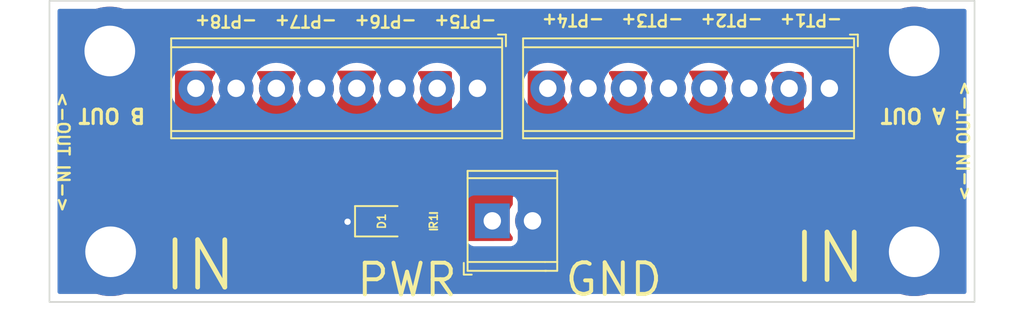
<source format=kicad_pcb>
(kicad_pcb (version 20211014) (generator pcbnew)
  (layers (0 "F.Cu" signal) (31 "B.Cu" power) (34 "B.Paste" user) (35 "F.Paste" user) (36 "B.SilkS" user "B.Silkscreen") (37 "F.SilkS" user "F.Silkscreen") (38 "B.Mask" user) (39 "F.Mask" user) (44 "Edge.Cuts" user))
  (net 0 "")
  (net 1 "Net-(D1-Pad2)")
  (net 2 "GND")
  (net 3 "POWER IN")
  (footprint "TerminalBlock_Phoenix:TerminalBlock_Phoenix_MPT-0,5-8-2.54_1x08_P2.54mm_Horizontal" (layer "F.Cu") (at 74.6506 30.9372 180)
    (fp_text reference "J2" hide)
    (fp_text value "OUT CHAN A")
    (fp_line (start -1.56 -2.7) (end 19.341 -2.7) (layer "F.SilkS") (width 0.12))
    (fp_line (start -1.56 -3.16) (end 19.341 -3.16) (layer "F.SilkS") (width 0.12))
    (fp_line (start -1.56 3.16) (end 19.341 3.16) (layer "F.SilkS") (width 0.12))
    (fp_line (start 19.341 -3.16) (end 19.341 3.16) (layer "F.SilkS") (width 0.12))
    (fp_line (start -1.56 2.6) (end 19.341 2.6) (layer "F.SilkS") (width 0.12))
    (fp_line (start -1.8 3.4) (end -1.3 3.4) (layer "F.SilkS") (width 0.12))
    (fp_line (start -1.56 -3.16) (end -1.56 3.16) (layer "F.SilkS") (width 0.12))
    (fp_line (start -1.8 2.66) (end -1.8 3.4) (layer "F.SilkS") (width 0.12))
    (pad "1" thru_hole rect (at 0 0 180) (size 2.2 2.2) (drill 1.1) (layers *.Cu *.Mask) (net 2 "GND"))
    (pad "2" thru_hole circle (at 2.54 0 180) (size 2.2 2.2) (drill 1.1) (layers *.Cu *.Mask) (net 3 "POWER IN"))
    (pad "3" thru_hole circle (at 5.08 0 180) (size 2.2 2.2) (drill 1.1) (layers *.Cu *.Mask) (net 2 "GND"))
    (pad "4" thru_hole circle (at 7.62 0 180) (size 2.2 2.2) (drill 1.1) (layers *.Cu *.Mask) (net 3 "POWER IN"))
    (pad "5" thru_hole circle (at 10.16 0 180) (size 2.2 2.2) (drill 1.1) (layers *.Cu *.Mask) (net 2 "GND"))
    (pad "6" thru_hole circle (at 12.7 0 180) (size 2.2 2.2) (drill 1.1) (layers *.Cu *.Mask) (net 3 "POWER IN"))
    (pad "7" thru_hole circle (at 15.24 0 180) (size 2.2 2.2) (drill 1.1) (layers *.Cu *.Mask) (net 2 "GND"))
    (pad "8" thru_hole circle (at 17.78 0 180) (size 2.2 2.2) (drill 1.1) (layers *.Cu *.Mask) (net 3 "POWER IN"))
  )
  (footprint "MountingHole:MountingHole_3.2mm_M3_DIN965_Pad_TopBottom" (layer "F.Cu") (at 80.01 28.575)
    (fp_text reference "H3" hide)
    (fp_text value "MountingHole_Pad")
    (pad "1" connect circle (at 0 0) (size 5.6 5.6) (layers "B.Cu" "B.Mask") (net 2 "GND"))
    (pad "1" connect circle (at 0 0) (size 5.6 5.6) (layers "F.Cu" "F.Mask") (net 2 "GND"))
    (pad "1" thru_hole circle (at 0 0) (size 3.6 3.6) (drill 3.2) (layers *.Cu *.Mask) (net 2 "GND"))
  )
  (footprint "MountingHole:MountingHole_3.2mm_M3_DIN965_Pad_TopBottom" (layer "F.Cu") (at 29.21 28.575)
    (fp_text reference "H1" hide)
    (fp_text value "MountingHole_Pad")
    (pad "1" connect circle locked (at 0 0) (size 5.6 5.6) (layers "F.Cu" "F.Mask") (net 2 "GND"))
    (pad "1" connect circle locked (at 0 0) (size 5.6 5.6) (layers "B.Cu" "B.Mask") (net 2 "GND"))
    (pad "1" thru_hole circle locked (at 0 0) (size 3.6 3.6) (drill 3.2) (layers *.Cu *.Mask) (net 2 "GND"))
  )
  (footprint "TerminalBlock_Phoenix:TerminalBlock_Phoenix_MPT-0,5-2-2.54_1x02_P2.54mm_Horizontal" (layer "F.Cu") (at 53.3654 39.3192)
    (fp_text reference "J1" hide)
    (fp_text value "POWER IN ")
    (fp_line (start 4.1 -3.16) (end 4.1 3.16) (layer "F.SilkS") (width 0.12))
    (fp_line (start -1.56 2.6) (end 3.33 2.6) (layer "F.SilkS") (width 0.12))
    (fp_line (start -1.56 3.16) (end 3.4 3.16) (layer "F.SilkS") (width 0.12))
    (fp_line (start -1.8 3.4) (end -1.3 3.4) (layer "F.SilkS") (width 0.12))
    (fp_line (start -1.56 -3.16) (end -1.56 3.16) (layer "F.SilkS") (width 0.12))
    (fp_line (start 3.33 2.6) (end 4.1 2.6) (layer "F.SilkS") (width 0.12))
    (fp_line (start -1.8 2.66) (end -1.8 3.4) (layer "F.SilkS") (width 0.12))
    (fp_line (start -1.56 -2.7) (end 4.1 -2.7) (layer "F.SilkS") (width 0.12))
    (fp_line (start 3.33 3.16) (end 4.1 3.16) (layer "F.SilkS") (width 0.12))
    (fp_line (start -1.56 -3.16) (end 4.1 -3.16) (layer "F.SilkS") (width 0.12))
    (pad "1" thru_hole rect (at 0 0) (size 2.2 2.2) (drill 1.1) (layers *.Cu *.Mask) (net 3 "POWER IN"))
    (pad "2" thru_hole circle (at 2.54 0) (size 2.2 2.2) (drill 1.1) (layers *.Cu *.Mask) (net 2 "GND"))
  )
  (footprint "Resistor_SMD:R_0603_1608Metric" (layer "F.Cu") (at 49.6529 39.3446)
    (fp_text reference "R1" (at 0.0064 0 -90) (layer "F.SilkS") (effects (font (size 0.5 0.5) (thickness 0.1))))
    (fp_text value "2.9K")
    (fp_line (start -0.237258 0.5225) (end 0.237258 0.5225) (layer "F.SilkS") (width 0.12))
    (fp_line (start -0.237258 -0.5225) (end 0.237258 -0.5225) (layer "F.SilkS") (width 0.12))
    (pad "1" smd roundrect (at -0.825 0) (size 0.8 0.95) (layers "F.Cu" "F.Paste" "F.Mask") (net 1 "Net-(D1-Pad2)"))
    (pad "2" smd roundrect (at 0.825 0) (size 0.8 0.95) (layers "F.Cu" "F.Paste" "F.Mask") (net 3 "POWER IN"))
  )
  (footprint "TerminalBlock_Phoenix:TerminalBlock_Phoenix_MPT-0,5-8-2.54_1x08_P2.54mm_Horizontal" (layer "F.Cu") (at 52.4256 30.9372 180)
    (fp_text reference "J3" hide)
    (fp_text value "OUT CHAN B")
    (fp_line (start -1.56 2.6) (end 19.341 2.6) (layer "F.SilkS") (width 0.12))
    (fp_line (start -1.8 2.66) (end -1.8 3.4) (layer "F.SilkS") (width 0.12))
    (fp_line (start -1.56 -2.7) (end 19.341 -2.7) (layer "F.SilkS") (width 0.12))
    (fp_line (start 19.341 -3.16) (end 19.341 3.16) (layer "F.SilkS") (width 0.12))
    (fp_line (start -1.56 3.16) (end 19.341 3.16) (layer "F.SilkS") (width 0.12))
    (fp_line (start -1.56 -3.16) (end 19.341 -3.16) (layer "F.SilkS") (width 0.12))
    (fp_line (start -1.56 -3.16) (end -1.56 3.16) (layer "F.SilkS") (width 0.12))
    (fp_line (start -1.8 3.4) (end -1.3 3.4) (layer "F.SilkS") (width 0.12))
    (pad "1" thru_hole rect (at 0 0 180) (size 2.2 2.2) (drill 1.1) (layers *.Cu *.Mask) (net 2 "GND"))
    (pad "2" thru_hole circle (at 2.54 0 180) (size 2.2 2.2) (drill 1.1) (layers *.Cu *.Mask) (net 3 "POWER IN"))
    (pad "3" thru_hole circle (at 5.08 0 180) (size 2.2 2.2) (drill 1.1) (layers *.Cu *.Mask) (net 2 "GND"))
    (pad "4" thru_hole circle (at 7.62 0 180) (size 2.2 2.2) (drill 1.1) (layers *.Cu *.Mask) (net 3 "POWER IN"))
    (pad "5" thru_hole circle (at 10.16 0 180) (size 2.2 2.2) (drill 1.1) (layers *.Cu *.Mask) (net 2 "GND"))
    (pad "6" thru_hole circle (at 12.7 0 180) (size 2.2 2.2) (drill 1.1) (layers *.Cu *.Mask) (net 3 "POWER IN"))
    (pad "7" thru_hole circle (at 15.24 0 180) (size 2.2 2.2) (drill 1.1) (layers *.Cu *.Mask) (net 2 "GND"))
    (pad "8" thru_hole circle (at 17.78 0 180) (size 2.2 2.2) (drill 1.1) (layers *.Cu *.Mask) (net 3 "POWER IN"))
  )
  (footprint "MountingHole:MountingHole_3.2mm_M3_DIN965_Pad_TopBottom" (layer "F.Cu") (at 29.2608 41.275)
    (fp_text reference "H2" hide)
    (fp_text value "MountingHole_Pad")
    (pad "1" connect circle (at 0 0) (size 5.6 5.6) (layers "F.Cu" "F.Mask") (net 2 "GND"))
    (pad "1" connect circle (at 0 0) (size 5.6 5.6) (layers "B.Cu" "B.Mask") (net 2 "GND"))
    (pad "1" thru_hole circle (at 0 0) (size 3.6 3.6) (drill 3.2) (layers *.Cu *.Mask) (net 2 "GND"))
  )
  (footprint "LED_SMD:LED_0805_2012Metric" (layer "F.Cu") (at 46.3827 39.3446)
    (fp_text reference "D1" (at 0 0 -90) (layer "F.SilkS") (effects (font (size 0.5 0.5) (thickness 0.1))))
    (fp_text value "LED")
    (fp_line (start -1.685 -0.96) (end -1.685 0.96) (layer "F.SilkS") (width 0.12))
    (fp_line (start -1.685 0.96) (end 1 0.96) (layer "F.SilkS") (width 0.12))
    (fp_line (start 1 -0.96) (end -1.685 -0.96) (layer "F.SilkS") (width 0.12))
    (pad "1" smd roundrect (at -0.9375 0) (size 0.975 1.4) (layers "F.Cu" "F.Paste" "F.Mask") (net 2 "GND"))
    (pad "2" smd roundrect (at 0.9375 0) (size 0.975 1.4) (layers "F.Cu" "F.Paste" "F.Mask") (net 1 "Net-(D1-Pad2)"))
  )
  (footprint "MountingHole:MountingHole_3.2mm_M3_DIN965_Pad_TopBottom" (layer "F.Cu") (at 80.01 41.275)
    (fp_text reference "H4" hide)
    (fp_text value "MountingHole_Pad")
    (pad "1" connect circle (at 0 0) (size 5.6 5.6) (layers "F.Cu" "F.Mask") (net 2 "GND"))
    (pad "1" thru_hole circle (at 0 0) (size 3.6 3.6) (drill 3.2) (layers *.Cu *.Mask) (net 2 "GND"))
    (pad "1" connect circle (at 0 0) (size 5.6 5.6) (layers "B.Cu" "B.Mask") (net 2 "GND"))
  )
  (gr_rect (start 25.4 25.4) (end 83.82 44.45) (layer "Edge.Cuts") (width 0.1) (fill none))
  (gr_text "-PT6+" (at 46.623332 26.69 180) (layer "F.SilkS") (effects (font (size 0.75 0.75))))
  (gr_text "PWR" (at 47.9806 43.053) (layer "F.SilkS") (effects (font (size 2 2) (thickness 0.25))))
  (gr_text "IN" (at 74.6506 41.656) (layer "F.SilkS") (effects (font (size 3 3) (thickness 0.3))))
  (gr_text "<-IN OUT->" (at 83.1342 34.2646 90) (layer "F.SilkS") (effects (font (size 0.75 0.75))))
  (gr_text "-PT7+" (at 41.586666 26.69 180) (layer "F.SilkS") (effects (font (size 0.75 0.75))))
  (gr_text "GND" (at 61.0362 43.0276) (layer "F.SilkS") (effects (font (size 2 2) (thickness 0.25))))
  (gr_text "-PT1+" (at 73.49 26.62 180) (layer "F.SilkS") (effects (font (size 0.75 0.75))))
  (gr_text "-PT8+" (at 36.55 26.69 180) (layer "F.SilkS") (effects (font (size 0.75 0.75))))
  (gr_text "-PT3+" (at 63.47 26.62 180) (layer "F.SilkS") (effects (font (size 0.75 0.75))))
  (gr_text "-PT2+" (at 68.48 26.62 180) (layer "F.SilkS") (effects (font (size 0.75 0.75))))
  (gr_text "<-OUT IN->" (at 26.2636 34.9758 270) (layer "F.SilkS") (effects (font (size 0.75 0.75))))
  (gr_text "B OUT\n" (at 29.337 32.6644 180) (layer "F.SilkS") (effects (font (size 0.9 0.9) (thickness 0.2))))
  (gr_text "-PT5+" (at 51.66 26.69 180) (layer "F.SilkS") (effects (font (size 0.75 0.75))))
  (gr_text "-PT4+" (at 58.46 26.62 180) (layer "F.SilkS") (effects (font (size 0.75 0.75))))
  (gr_text "IN" (at 34.8996 42.1386) (layer "F.SilkS") (effects (font (size 3 3) (thickness 0.3))))
  (gr_text "A OUT\n" (at 79.9338 32.6644 180) (layer "F.SilkS") (effects (font (size 0.9 0.9) (thickness 0.2))))
  (segment (start 48.8279 39.3446) (end 47.3202 39.3446) (width 0.5) (layer "F.Cu") (net 1))
  (segment (start 45.4452 39.3446) (end 44.2554 39.3446) (width 0.5) (layer "F.Cu") (net 2))
  (segment (start 44.2554 39.3446) (end 44.225 39.375) (width 0.5) (layer "F.Cu") (net 2))
  (via (at 44.225 39.375) (size 0.8) (drill 0.4) (layers "F.Cu" "B.Cu") (net 2))
  (zone (net 3) (net_name "POWER IN") (layer "F.Cu") (connect_pads yes (clearance 0.508)) (min_thickness 0.254) (fill yes (thermal_gap 0.508) (thermal_bridge_width 0.508))
    (polygon (pts (xy 46.0756 32.2326) (xy 48.5648 32.2326) (xy 48.514 29.845) (xy 51.1302 29.845) (xy 51.1556 32.2326) (xy 55.6006 32.2072) (xy 55.6006 29.8196) (xy 58.1406 29.8196) (xy 58.166 32.2072) (xy 60.6806 32.2326) (xy 60.678348 29.841672) (xy 63.218348 29.85) (xy 63.2206 32.2326) (xy 65.7606 32.258) (xy 65.7352 29.8196) (xy 68.3006 29.8196) (xy 68.3006 32.258) (xy 70.8406 32.2834) (xy 70.8406 29.8958) (xy 73.3552 29.8958) (xy 73.3298 36.1696) (xy 56.625 36.175) (xy 54.6608 37.8206) (xy 54.6608 40.5892) (xy 49.825 40.6) (xy 49.85 37.8) (xy 47.9044 36.1696) (xy 33.3248 36.1696) (xy 33.3248 29.8196) (xy 35.9156 29.8196) (xy 35.9156 32.258) (xy 38.4556 32.258) (xy 38.4556 29.845) (xy 40.9956 29.845) (xy 41.021 32.258) (xy 43.5356 32.258) (xy 43.5356 29.8196) (xy 46.0756 29.8196)))
  )
  (zone (net 2) (net_name "GND") (layer "B.Cu") (connect_pads yes (clearance 0.508)) (min_thickness 0.254) (fill yes (thermal_gap 0.508) (thermal_bridge_width 0.508))
    (polygon (pts (xy 83.84 44.405) (xy 25.41 44.405) (xy 25.41 25.42) (xy 83.84 25.42)))
  )
)
</source>
